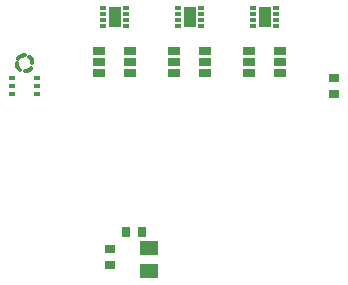
<source format=gbp>
G75*
%MOIN*%
%OFA0B0*%
%FSLAX25Y25*%
%IPPOS*%
%LPD*%
%AMOC8*
5,1,8,0,0,1.08239X$1,22.5*
%
%ADD10R,0.05906X0.05118*%
%ADD11R,0.02756X0.03543*%
%ADD12R,0.03543X0.02756*%
%ADD13R,0.03898X0.02717*%
%ADD14R,0.03937X0.06693*%
%ADD15R,0.01969X0.01181*%
%ADD16R,0.02362X0.01575*%
%ADD17C,0.01181*%
%ADD18R,0.00394X0.00394*%
D10*
X0061500Y0055510D03*
X0061500Y0062990D03*
D11*
X0059097Y0068472D03*
X0053979Y0068472D03*
D12*
X0048400Y0057491D03*
X0048400Y0062609D03*
X0123300Y0114441D03*
X0123300Y0119559D03*
D13*
X0044882Y0121260D03*
X0044882Y0125000D03*
X0044882Y0128740D03*
X0055118Y0128740D03*
X0055118Y0125000D03*
X0055118Y0121260D03*
X0069882Y0121260D03*
X0069882Y0125000D03*
X0069882Y0128740D03*
X0080118Y0128740D03*
X0080118Y0125000D03*
X0080118Y0121260D03*
X0094882Y0121260D03*
X0094882Y0125000D03*
X0094882Y0128740D03*
X0105118Y0128740D03*
X0105118Y0125000D03*
X0105118Y0121260D03*
D14*
X0050000Y0140000D03*
X0075000Y0140000D03*
X0100000Y0140000D03*
D15*
X0046260Y0137047D03*
X0046260Y0139016D03*
X0046260Y0140984D03*
X0046260Y0142953D03*
X0053740Y0142953D03*
X0053740Y0140984D03*
X0053740Y0139016D03*
X0053740Y0137047D03*
X0071260Y0137047D03*
X0071260Y0139016D03*
X0071260Y0140984D03*
X0071260Y0142953D03*
X0078740Y0142953D03*
X0078740Y0140984D03*
X0078740Y0139016D03*
X0078740Y0137047D03*
X0096260Y0137047D03*
X0096260Y0139016D03*
X0096260Y0140984D03*
X0096260Y0142953D03*
X0103740Y0142953D03*
X0103740Y0140984D03*
X0103740Y0139016D03*
X0103740Y0137047D03*
D16*
X0024232Y0119559D03*
X0024232Y0117000D03*
X0024232Y0114441D03*
X0015768Y0114441D03*
X0015768Y0117000D03*
X0015768Y0119559D03*
D17*
X0022639Y0124559D02*
X0022644Y0124654D01*
X0022646Y0124749D01*
X0022644Y0124843D01*
X0022638Y0124938D01*
X0022628Y0125032D01*
X0022615Y0125126D01*
X0022597Y0125219D01*
X0022576Y0125311D01*
X0022551Y0125403D01*
X0022522Y0125493D01*
X0022490Y0125582D01*
X0022454Y0125669D01*
X0022414Y0125756D01*
X0022371Y0125840D01*
X0022325Y0125923D01*
X0022275Y0126003D01*
X0022222Y0126082D01*
X0022166Y0126158D01*
X0022107Y0126232D01*
X0022045Y0126303D01*
X0021980Y0126372D01*
X0021912Y0126439D01*
X0021842Y0126502D01*
X0021769Y0126562D01*
X0021693Y0126620D01*
X0021616Y0126674D01*
X0021536Y0126725D01*
X0022166Y0123063D02*
X0022115Y0122983D01*
X0022061Y0122906D01*
X0022003Y0122830D01*
X0021943Y0122757D01*
X0021880Y0122687D01*
X0021813Y0122619D01*
X0021744Y0122554D01*
X0021673Y0122492D01*
X0021599Y0122433D01*
X0021523Y0122377D01*
X0021444Y0122324D01*
X0021364Y0122274D01*
X0021281Y0122228D01*
X0021197Y0122185D01*
X0021110Y0122145D01*
X0021023Y0122109D01*
X0020934Y0122077D01*
X0020844Y0122048D01*
X0020752Y0122023D01*
X0020660Y0122002D01*
X0020567Y0121984D01*
X0020473Y0121971D01*
X0020379Y0121961D01*
X0020284Y0121955D01*
X0020190Y0121953D01*
X0020095Y0121955D01*
X0020000Y0121960D01*
X0017874Y0126095D02*
X0017925Y0126175D01*
X0017979Y0126252D01*
X0018037Y0126328D01*
X0018097Y0126401D01*
X0018160Y0126471D01*
X0018227Y0126539D01*
X0018296Y0126604D01*
X0018367Y0126666D01*
X0018441Y0126725D01*
X0018517Y0126781D01*
X0018596Y0126834D01*
X0018676Y0126884D01*
X0018759Y0126930D01*
X0018843Y0126973D01*
X0018930Y0127013D01*
X0019017Y0127049D01*
X0019106Y0127081D01*
X0019196Y0127110D01*
X0019288Y0127135D01*
X0019380Y0127156D01*
X0019473Y0127174D01*
X0019567Y0127187D01*
X0019661Y0127197D01*
X0019756Y0127203D01*
X0019850Y0127205D01*
X0019945Y0127203D01*
X0020040Y0127198D01*
X0017361Y0124599D02*
X0017356Y0124504D01*
X0017354Y0124409D01*
X0017356Y0124315D01*
X0017362Y0124220D01*
X0017372Y0124126D01*
X0017385Y0124032D01*
X0017403Y0123939D01*
X0017424Y0123847D01*
X0017449Y0123755D01*
X0017478Y0123665D01*
X0017510Y0123576D01*
X0017546Y0123489D01*
X0017586Y0123402D01*
X0017629Y0123318D01*
X0017675Y0123235D01*
X0017725Y0123155D01*
X0017778Y0123076D01*
X0017834Y0123000D01*
X0017893Y0122926D01*
X0017955Y0122855D01*
X0018020Y0122786D01*
X0018088Y0122719D01*
X0018158Y0122656D01*
X0018231Y0122596D01*
X0018307Y0122538D01*
X0018384Y0122484D01*
X0018464Y0122433D01*
D18*
X0020000Y0127236D03*
X0020000Y0121724D03*
X0017244Y0124480D03*
X0022756Y0124874D03*
M02*

</source>
